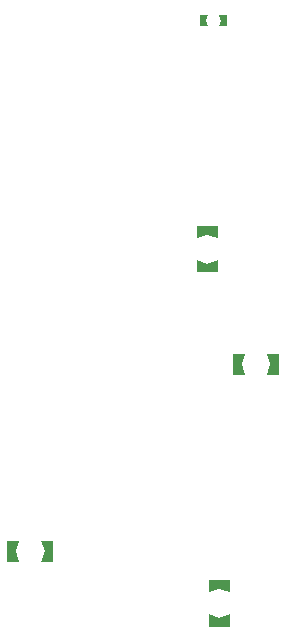
<source format=gbp>
G04*
G04 #@! TF.GenerationSoftware,Altium Limited,Altium Designer,18.1.7 (191)*
G04*
G04 Layer_Color=128*
%FSLAX24Y24*%
%MOIN*%
G70*
G01*
G75*
G36*
X54921Y42087D02*
X54646D01*
X54724Y42264D01*
X54646Y42441D01*
X54921D01*
Y42087D01*
D02*
G37*
G36*
X54233Y42264D02*
X54311Y42087D01*
X54036D01*
Y42441D01*
X54311D01*
X54233Y42264D01*
D02*
G37*
G36*
X54616Y35020D02*
X54272Y35138D01*
X53927Y35020D01*
Y35433D01*
X54616D01*
Y35020D01*
D02*
G37*
G36*
Y33878D02*
X53927D01*
Y34291D01*
X54272Y34173D01*
X54616Y34291D01*
Y33878D01*
D02*
G37*
G36*
X56673Y30472D02*
X56260D01*
X56378Y30817D01*
X56260Y31161D01*
X56673D01*
Y30472D01*
D02*
G37*
G36*
X55413Y30817D02*
X55532Y30472D01*
X55118D01*
Y31161D01*
X55532D01*
X55413Y30817D01*
D02*
G37*
G36*
X49144Y24232D02*
X48730D01*
X48848Y24577D01*
X48730Y24921D01*
X49144D01*
Y24232D01*
D02*
G37*
G36*
X47884Y24577D02*
X48002Y24232D01*
X47589D01*
Y24921D01*
X48002D01*
X47884Y24577D01*
D02*
G37*
G36*
X55020Y23209D02*
X54675Y23327D01*
X54331Y23209D01*
Y23622D01*
X55020D01*
Y23209D01*
D02*
G37*
G36*
Y22067D02*
X54331D01*
Y22480D01*
X54675Y22362D01*
X55020Y22480D01*
Y22067D01*
D02*
G37*
M02*

</source>
